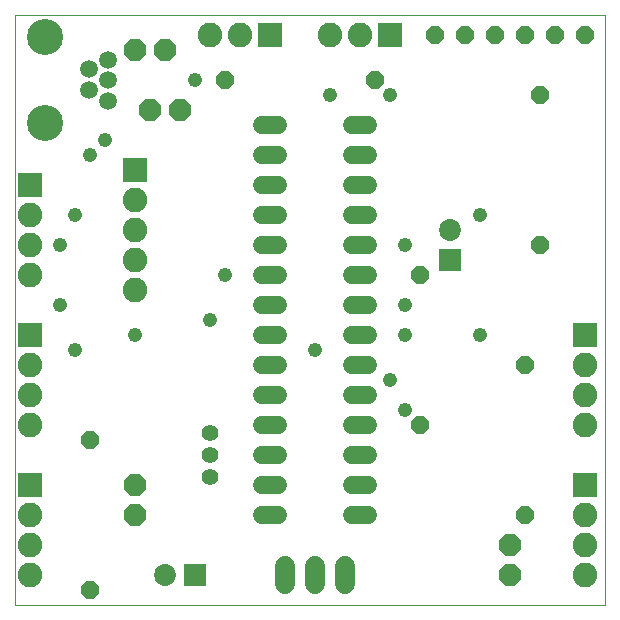
<source format=gts>
G75*
G70*
%OFA0B0*%
%FSLAX24Y24*%
%IPPOS*%
%LPD*%
%AMOC8*
5,1,8,0,0,1.08239X$1,22.5*
%
%ADD10C,0.0000*%
%ADD11C,0.0600*%
%ADD12OC8,0.0600*%
%ADD13C,0.0556*%
%ADD14R,0.0730X0.0730*%
%ADD15C,0.0730*%
%ADD16OC8,0.0710*%
%ADD17C,0.0680*%
%ADD18C,0.0595*%
%ADD19C,0.1202*%
%ADD20R,0.0820X0.0820*%
%ADD21C,0.0820*%
%ADD22C,0.0476*%
D10*
X000615Y000181D02*
X000615Y019866D01*
X020300Y019866D01*
X020300Y000181D01*
X000615Y000181D01*
D11*
X008855Y003181D02*
X009375Y003181D01*
X009375Y004181D02*
X008855Y004181D01*
X008855Y005181D02*
X009375Y005181D01*
X009375Y006181D02*
X008855Y006181D01*
X008855Y007181D02*
X009375Y007181D01*
X009375Y008181D02*
X008855Y008181D01*
X008855Y009181D02*
X009375Y009181D01*
X009375Y010181D02*
X008855Y010181D01*
X008855Y011181D02*
X009375Y011181D01*
X009375Y012181D02*
X008855Y012181D01*
X008855Y013181D02*
X009375Y013181D01*
X009375Y014181D02*
X008855Y014181D01*
X008855Y015181D02*
X009375Y015181D01*
X009375Y016181D02*
X008855Y016181D01*
X011855Y016181D02*
X012375Y016181D01*
X012375Y015181D02*
X011855Y015181D01*
X011855Y014181D02*
X012375Y014181D01*
X012375Y013181D02*
X011855Y013181D01*
X011855Y012181D02*
X012375Y012181D01*
X012375Y011181D02*
X011855Y011181D01*
X011855Y010181D02*
X012375Y010181D01*
X012375Y009181D02*
X011855Y009181D01*
X011855Y008181D02*
X012375Y008181D01*
X012375Y007181D02*
X011855Y007181D01*
X011855Y006181D02*
X012375Y006181D01*
X012375Y005181D02*
X011855Y005181D01*
X011855Y004181D02*
X012375Y004181D01*
X012375Y003181D02*
X011855Y003181D01*
D12*
X014115Y006181D03*
X017615Y008181D03*
X014115Y011181D03*
X018115Y012181D03*
X018115Y017181D03*
X018615Y019181D03*
X019615Y019181D03*
X017615Y019181D03*
X016615Y019181D03*
X015615Y019181D03*
X014615Y019181D03*
X012615Y017681D03*
X007615Y017681D03*
X003115Y005681D03*
X003115Y000681D03*
X017615Y003181D03*
D13*
X007115Y004443D03*
X007115Y005192D03*
X007115Y005920D03*
D14*
X006615Y001181D03*
X015115Y011681D03*
D15*
X015115Y012681D03*
X005615Y001181D03*
D16*
X004615Y003181D03*
X004615Y004181D03*
X017115Y002181D03*
X017115Y001181D03*
X006115Y016681D03*
X005115Y016681D03*
X005615Y018681D03*
X004615Y018681D03*
D17*
X009615Y001481D02*
X009615Y000881D01*
X010615Y000881D02*
X010615Y001481D01*
X011615Y001481D02*
X011615Y000881D01*
D18*
X003715Y016981D03*
X003715Y017681D03*
X003095Y017351D03*
X003095Y018041D03*
X003715Y018351D03*
D19*
X001615Y019118D03*
X001615Y016244D03*
D20*
X001115Y014181D03*
X004615Y014681D03*
X009115Y019181D03*
X013115Y019181D03*
X019615Y009181D03*
X019615Y004181D03*
X001115Y004181D03*
X001115Y009181D03*
D21*
X001115Y008181D03*
X001115Y007181D03*
X001115Y006181D03*
X001115Y003181D03*
X001115Y002181D03*
X001115Y001181D03*
X004615Y010681D03*
X004615Y011681D03*
X004615Y012681D03*
X004615Y013681D03*
X001115Y013181D03*
X001115Y012181D03*
X001115Y011181D03*
X007115Y019181D03*
X008115Y019181D03*
X011115Y019181D03*
X012115Y019181D03*
X019615Y008181D03*
X019615Y007181D03*
X019615Y006181D03*
X019615Y003181D03*
X019615Y002181D03*
X019615Y001181D03*
D22*
X013615Y006681D03*
X013115Y007681D03*
X013615Y009181D03*
X013615Y010181D03*
X013615Y012181D03*
X016115Y013181D03*
X016115Y009181D03*
X010615Y008681D03*
X007615Y011181D03*
X007115Y009681D03*
X004615Y009181D03*
X002615Y008681D03*
X002115Y010181D03*
X002115Y012181D03*
X002615Y013181D03*
X003115Y015181D03*
X003615Y015681D03*
X006615Y017681D03*
X011115Y017181D03*
X013115Y017181D03*
M02*

</source>
